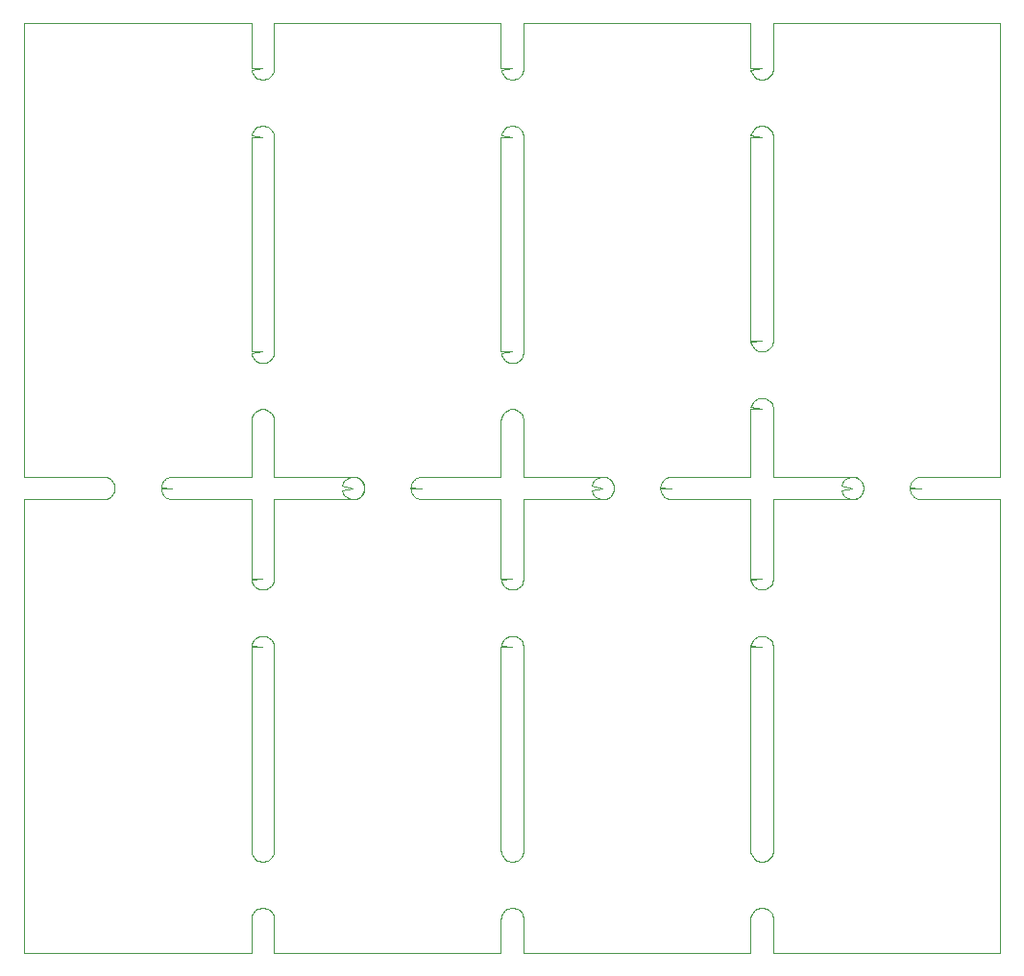
<source format=gko>
%MOIN*%
%OFA0B0*%
%FSLAX44Y44*%
%IPPOS*%
%LPD*%
%ADD10C,0*%
D10*
X00025196Y00015748D02*
X00025196Y00015748D01*
X00022456Y00015748D01*
X00022425Y00015749D01*
X00022395Y00015752D01*
X00022364Y00015758D01*
X00022334Y00015767D01*
X00022305Y00015778D01*
X00022277Y00015790D01*
X00022250Y00015806D01*
X00022225Y00015823D01*
X00022200Y00015842D01*
X00022178Y00015863D01*
X00022157Y00015886D01*
X00022138Y00015910D01*
X00022120Y00015936D01*
X00022105Y00015962D01*
X00022092Y00015991D01*
X00022082Y00016020D01*
X00022073Y00016049D01*
X00022067Y00016080D01*
X00022064Y00016110D01*
X00022456Y00016141D01*
X00022064Y00016172D01*
X00022067Y00016203D01*
X00022073Y00016233D01*
X00022082Y00016263D01*
X00022092Y00016292D01*
X00022105Y00016320D01*
X00022120Y00016347D01*
X00022138Y00016373D01*
X00022157Y00016397D01*
X00022178Y00016420D01*
X00022200Y00016441D01*
X00022225Y00016460D01*
X00022250Y00016477D01*
X00022277Y00016492D01*
X00022305Y00016505D01*
X00022334Y00016516D01*
X00022364Y00016524D01*
X00022395Y00016530D01*
X00022425Y00016534D01*
X00022456Y00016535D01*
X00025196Y00016535D01*
X00025196Y00018881D01*
X00025590Y00018881D01*
X00025201Y00018943D01*
X00025216Y00019003D01*
X00025239Y00019060D01*
X00025272Y00019113D01*
X00025312Y00019160D01*
X00025359Y00019200D01*
X00025411Y00019232D01*
X00025468Y00019256D01*
X00025528Y00019270D01*
X00025590Y00019275D01*
X00025652Y00019270D01*
X00025712Y00019256D01*
X00025769Y00019232D01*
X00025821Y00019200D01*
X00025868Y00019160D01*
X00025909Y00019113D01*
X00025941Y00019060D01*
X00025964Y00019003D01*
X00025979Y00018943D01*
X00025984Y00018881D01*
X00025984Y00016535D01*
X00028724Y00016535D01*
X00028816Y00016524D01*
X00028903Y00016492D01*
X00028980Y00016441D01*
X00029043Y00016373D01*
X00029088Y00016292D01*
X00029113Y00016203D01*
X00029117Y00016110D01*
X00029098Y00016020D01*
X00029060Y00015936D01*
X00029002Y00015863D01*
X00028930Y00015806D01*
X00028846Y00015767D01*
X00028755Y00015749D01*
X00028662Y00015752D01*
X00028573Y00015778D01*
X00028493Y00015823D01*
X00028425Y00015886D01*
X00028373Y00015962D01*
X00028341Y00016049D01*
X00028724Y00016141D01*
X00028341Y00016233D01*
X00028373Y00016320D01*
X00028425Y00016397D01*
X00028493Y00016460D01*
X00028573Y00016505D01*
X00028662Y00016530D01*
X00028755Y00016534D01*
X00028846Y00016516D01*
X00028930Y00016477D01*
X00029002Y00016420D01*
X00029060Y00016347D01*
X00029098Y00016263D01*
X00029117Y00016172D01*
X00029113Y00016080D01*
X00029088Y00015991D01*
X00029043Y00015910D01*
X00028980Y00015842D01*
X00028903Y00015790D01*
X00028816Y00015758D01*
X00028724Y00015748D01*
X00025984Y00015748D01*
X00025984Y00013007D01*
X00025979Y00012946D01*
X00025964Y00012886D01*
X00025941Y00012829D01*
X00025909Y00012776D01*
X00025868Y00012729D01*
X00025821Y00012689D01*
X00025769Y00012656D01*
X00025712Y00012633D01*
X00025652Y00012618D01*
X00025590Y00012614D01*
X00025528Y00012618D01*
X00025468Y00012633D01*
X00025411Y00012656D01*
X00025359Y00012689D01*
X00025312Y00012729D01*
X00025272Y00012776D01*
X00025239Y00012829D01*
X00025216Y00012886D01*
X00025201Y00012946D01*
X00025590Y00013007D01*
X00025196Y00013007D01*
X00025196Y00015748D01*
X00016535Y00015748D02*
X00016535Y00015748D01*
X00013795Y00015748D01*
X00013764Y00015749D01*
X00013733Y00015752D01*
X00013703Y00015758D01*
X00013673Y00015767D01*
X00013644Y00015778D01*
X00013616Y00015790D01*
X00013589Y00015806D01*
X00013563Y00015823D01*
X00013539Y00015842D01*
X00013516Y00015863D01*
X00013495Y00015886D01*
X00013476Y00015910D01*
X00013459Y00015936D01*
X00013444Y00015962D01*
X00013431Y00015991D01*
X00013420Y00016020D01*
X00013412Y00016049D01*
X00013406Y00016080D01*
X00013402Y00016110D01*
X00013795Y00016141D01*
X00013402Y00016172D01*
X00013406Y00016203D01*
X00013412Y00016233D01*
X00013420Y00016263D01*
X00013431Y00016292D01*
X00013444Y00016320D01*
X00013459Y00016347D01*
X00013476Y00016373D01*
X00013495Y00016397D01*
X00013516Y00016420D01*
X00013539Y00016441D01*
X00013563Y00016460D01*
X00013589Y00016477D01*
X00013616Y00016492D01*
X00013644Y00016505D01*
X00013673Y00016516D01*
X00013703Y00016524D01*
X00013733Y00016530D01*
X00013764Y00016534D01*
X00013795Y00016535D01*
X00016535Y00016535D01*
X00016535Y00018488D01*
X00016540Y00018549D01*
X00016554Y00018609D01*
X00016578Y00018667D01*
X00016610Y00018719D01*
X00016650Y00018766D01*
X00016697Y00018806D01*
X00016750Y00018839D01*
X00016807Y00018862D01*
X00016867Y00018877D01*
X00016929Y00018881D01*
X00016990Y00018877D01*
X00017050Y00018862D01*
X00017107Y00018839D01*
X00017160Y00018806D01*
X00017207Y00018766D01*
X00017247Y00018719D01*
X00017279Y00018667D01*
X00017303Y00018609D01*
X00017317Y00018549D01*
X00017322Y00018488D01*
X00017322Y00018488D01*
X00017322Y00016535D01*
X00020063Y00016535D01*
X00020155Y00016524D01*
X00020241Y00016492D01*
X00020318Y00016441D01*
X00020381Y00016373D01*
X00020426Y00016292D01*
X00020451Y00016203D01*
X00020455Y00016110D01*
X00020437Y00016020D01*
X00020398Y00015936D01*
X00020341Y00015863D01*
X00020268Y00015806D01*
X00020184Y00015767D01*
X00020093Y00015749D01*
X00020001Y00015752D01*
X00019912Y00015778D01*
X00019831Y00015823D01*
X00019763Y00015886D01*
X00019712Y00015962D01*
X00019680Y00016049D01*
X00020063Y00016141D01*
X00019680Y00016233D01*
X00019712Y00016320D01*
X00019763Y00016397D01*
X00019831Y00016460D01*
X00019912Y00016505D01*
X00020001Y00016530D01*
X00020093Y00016534D01*
X00020184Y00016516D01*
X00020268Y00016477D01*
X00020341Y00016420D01*
X00020398Y00016347D01*
X00020437Y00016263D01*
X00020455Y00016172D01*
X00020451Y00016080D01*
X00020426Y00015991D01*
X00020381Y00015910D01*
X00020318Y00015842D01*
X00020241Y00015790D01*
X00020155Y00015758D01*
X00020063Y00015748D01*
X00017322Y00015748D01*
X00017322Y00013007D01*
X00017317Y00012946D01*
X00017303Y00012886D01*
X00017279Y00012829D01*
X00017247Y00012776D01*
X00017207Y00012729D01*
X00017160Y00012689D01*
X00017107Y00012656D01*
X00017050Y00012633D01*
X00016990Y00012618D01*
X00016929Y00012614D01*
X00016867Y00012618D01*
X00016807Y00012633D01*
X00016750Y00012656D01*
X00016697Y00012689D01*
X00016650Y00012729D01*
X00016610Y00012776D01*
X00016578Y00012829D01*
X00016554Y00012886D01*
X00016540Y00012946D01*
X00016929Y00013007D01*
X00016535Y00013007D01*
X00016535Y00015748D01*
X00007874Y00013007D02*
X00007874Y00013007D01*
X00007874Y00015748D01*
X00005133Y00015748D01*
X00005102Y00015749D01*
X00005072Y00015752D01*
X00005041Y00015758D01*
X00005012Y00015767D01*
X00004983Y00015778D01*
X00004955Y00015790D01*
X00004928Y00015806D01*
X00004902Y00015823D01*
X00004878Y00015842D01*
X00004855Y00015863D01*
X00004834Y00015886D01*
X00004815Y00015910D01*
X00004798Y00015936D01*
X00004782Y00015962D01*
X00004770Y00015991D01*
X00004759Y00016020D01*
X00004750Y00016049D01*
X00004744Y00016080D01*
X00004741Y00016110D01*
X00005133Y00016141D01*
X00004741Y00016172D01*
X00004744Y00016203D01*
X00004750Y00016233D01*
X00004759Y00016263D01*
X00004770Y00016292D01*
X00004782Y00016320D01*
X00004798Y00016347D01*
X00004815Y00016373D01*
X00004834Y00016397D01*
X00004855Y00016420D01*
X00004878Y00016441D01*
X00004902Y00016460D01*
X00004928Y00016477D01*
X00004955Y00016492D01*
X00004983Y00016505D01*
X00005012Y00016516D01*
X00005041Y00016524D01*
X00005072Y00016530D01*
X00005102Y00016534D01*
X00005133Y00016535D01*
X00007874Y00016535D01*
X00007874Y00018488D01*
X00007878Y00018549D01*
X00007893Y00018609D01*
X00007916Y00018667D01*
X00007949Y00018719D01*
X00007989Y00018766D01*
X00008036Y00018806D01*
X00008088Y00018839D01*
X00008146Y00018862D01*
X00008206Y00018877D01*
X00008267Y00018881D01*
X00008329Y00018877D01*
X00008389Y00018862D01*
X00008446Y00018839D01*
X00008499Y00018806D01*
X00008546Y00018766D01*
X00008586Y00018719D01*
X00008618Y00018667D01*
X00008642Y00018609D01*
X00008656Y00018549D01*
X00008661Y00018488D01*
X00008661Y00018488D01*
X00008661Y00016535D01*
X00011401Y00016535D01*
X00011493Y00016524D01*
X00011580Y00016492D01*
X00011657Y00016441D01*
X00011720Y00016373D01*
X00011765Y00016292D01*
X00011790Y00016203D01*
X00011794Y00016110D01*
X00011776Y00016020D01*
X00011737Y00015936D01*
X00011680Y00015863D01*
X00011607Y00015806D01*
X00011523Y00015767D01*
X00011432Y00015749D01*
X00011340Y00015752D01*
X00011251Y00015778D01*
X00011170Y00015823D01*
X00011102Y00015886D01*
X00011050Y00015962D01*
X00011018Y00016049D01*
X00011401Y00016141D01*
X00011018Y00016233D01*
X00011050Y00016320D01*
X00011102Y00016397D01*
X00011170Y00016460D01*
X00011251Y00016505D01*
X00011340Y00016530D01*
X00011432Y00016534D01*
X00011523Y00016516D01*
X00011607Y00016477D01*
X00011680Y00016420D01*
X00011737Y00016347D01*
X00011776Y00016263D01*
X00011794Y00016172D01*
X00011790Y00016080D01*
X00011765Y00015991D01*
X00011720Y00015910D01*
X00011657Y00015842D01*
X00011580Y00015790D01*
X00011493Y00015758D01*
X00011401Y00015748D01*
X00008661Y00015748D01*
X00008661Y00013007D01*
X00008656Y00012946D01*
X00008642Y00012886D01*
X00008618Y00012829D01*
X00008586Y00012776D01*
X00008546Y00012729D01*
X00008499Y00012689D01*
X00008446Y00012656D01*
X00008389Y00012633D01*
X00008329Y00012618D01*
X00008267Y00012614D01*
X00008206Y00012618D01*
X00008146Y00012633D01*
X00008088Y00012656D01*
X00008036Y00012689D01*
X00007989Y00012729D01*
X00007949Y00012776D01*
X00007916Y00012829D01*
X00007893Y00012886D01*
X00007878Y00012946D01*
X00008267Y00013007D01*
X00007874Y00013007D01*
X00025984Y00021275D02*
X00025984Y00021275D01*
X00025979Y00021213D01*
X00025964Y00021153D01*
X00025941Y00021096D01*
X00025909Y00021044D01*
X00025868Y00020997D01*
X00025821Y00020956D01*
X00025769Y00020924D01*
X00025712Y00020901D01*
X00025652Y00020886D01*
X00025590Y00020881D01*
X00025528Y00020886D01*
X00025468Y00020901D01*
X00025411Y00020924D01*
X00025359Y00020956D01*
X00025312Y00020997D01*
X00025272Y00021044D01*
X00025239Y00021096D01*
X00025216Y00021153D01*
X00025201Y00021213D01*
X00025590Y00021275D01*
X00025196Y00021275D01*
X00025196Y00028330D01*
X00025590Y00028330D01*
X00025201Y00028392D01*
X00025216Y00028452D01*
X00025239Y00028509D01*
X00025272Y00028562D01*
X00025312Y00028609D01*
X00025359Y00028649D01*
X00025411Y00028681D01*
X00025468Y00028705D01*
X00025528Y00028719D01*
X00025590Y00028724D01*
X00025652Y00028719D01*
X00025712Y00028705D01*
X00025769Y00028681D01*
X00025821Y00028649D01*
X00025868Y00028609D01*
X00025909Y00028562D01*
X00025941Y00028509D01*
X00025964Y00028452D01*
X00025979Y00028392D01*
X00025984Y00028330D01*
X00025984Y00021275D01*
X00025984Y00003558D02*
X00025984Y00003558D01*
X00025984Y00003558D01*
X00025979Y00003497D01*
X00025964Y00003437D01*
X00025941Y00003380D01*
X00025909Y00003327D01*
X00025868Y00003280D01*
X00025821Y00003240D01*
X00025769Y00003208D01*
X00025712Y00003184D01*
X00025652Y00003170D01*
X00025590Y00003165D01*
X00025528Y00003170D01*
X00025468Y00003184D01*
X00025411Y00003208D01*
X00025359Y00003240D01*
X00025312Y00003280D01*
X00025272Y00003327D01*
X00025239Y00003380D01*
X00025216Y00003437D01*
X00025201Y00003497D01*
X00025196Y00003558D01*
X00025196Y00010614D01*
X00025590Y00010614D01*
X00025201Y00010675D01*
X00025216Y00010735D01*
X00025239Y00010793D01*
X00025272Y00010845D01*
X00025312Y00010892D01*
X00025359Y00010932D01*
X00025411Y00010965D01*
X00025468Y00010988D01*
X00025528Y00011003D01*
X00025590Y00011007D01*
X00025652Y00011003D01*
X00025712Y00010988D01*
X00025769Y00010965D01*
X00025821Y00010932D01*
X00025868Y00010892D01*
X00025909Y00010845D01*
X00025941Y00010793D01*
X00025964Y00010735D01*
X00025979Y00010675D01*
X00025984Y00010614D01*
X00025984Y00003558D01*
X00017322Y00020881D02*
X00017322Y00020881D01*
X00017317Y00020820D01*
X00017303Y00020760D01*
X00017279Y00020703D01*
X00017247Y00020650D01*
X00017207Y00020603D01*
X00017160Y00020563D01*
X00017107Y00020530D01*
X00017050Y00020507D01*
X00016990Y00020492D01*
X00016929Y00020488D01*
X00016867Y00020492D01*
X00016807Y00020507D01*
X00016750Y00020530D01*
X00016697Y00020563D01*
X00016650Y00020603D01*
X00016610Y00020650D01*
X00016578Y00020703D01*
X00016554Y00020760D01*
X00016540Y00020820D01*
X00016929Y00020881D01*
X00016535Y00020881D01*
X00016535Y00028330D01*
X00016929Y00028330D01*
X00016540Y00028392D01*
X00016554Y00028452D01*
X00016578Y00028509D01*
X00016610Y00028562D01*
X00016650Y00028609D01*
X00016697Y00028649D01*
X00016750Y00028681D01*
X00016807Y00028705D01*
X00016867Y00028719D01*
X00016929Y00028724D01*
X00016990Y00028719D01*
X00017050Y00028705D01*
X00017107Y00028681D01*
X00017160Y00028649D01*
X00017207Y00028609D01*
X00017247Y00028562D01*
X00017279Y00028509D01*
X00017303Y00028452D01*
X00017317Y00028392D01*
X00017322Y00028330D01*
X00017322Y00020881D01*
X00017322Y00003558D02*
X00017322Y00003558D01*
X00017322Y00003558D01*
X00017317Y00003497D01*
X00017303Y00003437D01*
X00017279Y00003380D01*
X00017247Y00003327D01*
X00017207Y00003280D01*
X00017160Y00003240D01*
X00017107Y00003208D01*
X00017050Y00003184D01*
X00016990Y00003170D01*
X00016929Y00003165D01*
X00016867Y00003170D01*
X00016807Y00003184D01*
X00016750Y00003208D01*
X00016697Y00003240D01*
X00016650Y00003280D01*
X00016610Y00003327D01*
X00016578Y00003380D01*
X00016554Y00003437D01*
X00016540Y00003497D01*
X00016535Y00003558D01*
X00016535Y00010614D01*
X00016929Y00010614D01*
X00016540Y00010675D01*
X00016554Y00010735D01*
X00016578Y00010793D01*
X00016610Y00010845D01*
X00016650Y00010892D01*
X00016697Y00010932D01*
X00016750Y00010965D01*
X00016807Y00010988D01*
X00016867Y00011003D01*
X00016929Y00011007D01*
X00016990Y00011003D01*
X00017050Y00010988D01*
X00017107Y00010965D01*
X00017160Y00010932D01*
X00017207Y00010892D01*
X00017247Y00010845D01*
X00017279Y00010793D01*
X00017303Y00010735D01*
X00017317Y00010675D01*
X00017322Y00010614D01*
X00017322Y00003558D01*
X00008661Y00030724D02*
X00008661Y00030724D01*
X00008656Y00030662D01*
X00008642Y00030602D01*
X00008618Y00030545D01*
X00008586Y00030492D01*
X00008546Y00030445D01*
X00008499Y00030405D01*
X00008446Y00030373D01*
X00008389Y00030349D01*
X00008329Y00030335D01*
X00008267Y00030330D01*
X00008206Y00030335D01*
X00008146Y00030349D01*
X00008088Y00030373D01*
X00008036Y00030405D01*
X00007989Y00030445D01*
X00007949Y00030492D01*
X00007916Y00030545D01*
X00007893Y00030602D01*
X00007878Y00030662D01*
X00008267Y00030724D01*
X00007874Y00030724D01*
X00007874Y00032283D01*
X00000000Y00032283D01*
X00000000Y00016535D01*
X00002740Y00016535D01*
X00002801Y00016530D01*
X00002861Y00016516D01*
X00002918Y00016492D01*
X00002971Y00016460D01*
X00003018Y00016420D01*
X00003058Y00016373D01*
X00003091Y00016320D01*
X00003114Y00016263D01*
X00003129Y00016203D01*
X00003133Y00016141D01*
X00003129Y00016080D01*
X00003114Y00016020D01*
X00003091Y00015962D01*
X00003058Y00015910D01*
X00003018Y00015863D01*
X00002971Y00015823D01*
X00002918Y00015790D01*
X00002861Y00015767D01*
X00002801Y00015752D01*
X00002740Y00015748D01*
X00002740Y00015748D01*
X00000000Y00015748D01*
X00000000Y00000000D01*
X00007874Y00000000D01*
X00007874Y00001165D01*
X00007874Y00001165D01*
X00007878Y00001227D01*
X00007893Y00001287D01*
X00007916Y00001344D01*
X00007949Y00001396D01*
X00007989Y00001443D01*
X00008036Y00001483D01*
X00008088Y00001516D01*
X00008146Y00001539D01*
X00008206Y00001554D01*
X00008267Y00001559D01*
X00008329Y00001554D01*
X00008389Y00001539D01*
X00008446Y00001516D01*
X00008499Y00001483D01*
X00008546Y00001443D01*
X00008586Y00001396D01*
X00008618Y00001344D01*
X00008642Y00001287D01*
X00008656Y00001227D01*
X00008661Y00001165D01*
X00008661Y00000000D01*
X00016535Y00000000D01*
X00016535Y00001165D01*
X00016535Y00001165D01*
X00016540Y00001227D01*
X00016554Y00001287D01*
X00016578Y00001344D01*
X00016610Y00001396D01*
X00016650Y00001443D01*
X00016697Y00001483D01*
X00016750Y00001516D01*
X00016807Y00001539D01*
X00016867Y00001554D01*
X00016929Y00001559D01*
X00016990Y00001554D01*
X00017050Y00001539D01*
X00017107Y00001516D01*
X00017160Y00001483D01*
X00017207Y00001443D01*
X00017247Y00001396D01*
X00017279Y00001344D01*
X00017303Y00001287D01*
X00017317Y00001227D01*
X00017322Y00001165D01*
X00017322Y00000000D01*
X00025196Y00000000D01*
X00025196Y00001165D01*
X00025196Y00001165D01*
X00025201Y00001227D01*
X00025216Y00001287D01*
X00025239Y00001344D01*
X00025272Y00001396D01*
X00025312Y00001443D01*
X00025359Y00001483D01*
X00025411Y00001516D01*
X00025468Y00001539D01*
X00025528Y00001554D01*
X00025590Y00001559D01*
X00025652Y00001554D01*
X00025712Y00001539D01*
X00025769Y00001516D01*
X00025821Y00001483D01*
X00025868Y00001443D01*
X00025909Y00001396D01*
X00025941Y00001344D01*
X00025964Y00001287D01*
X00025979Y00001227D01*
X00025984Y00001165D01*
X00025984Y00000000D01*
X00033858Y00000000D01*
X00033858Y00015748D01*
X00031118Y00015748D01*
X00031087Y00015749D01*
X00031056Y00015752D01*
X00031026Y00015758D01*
X00030996Y00015767D01*
X00030967Y00015778D01*
X00030939Y00015790D01*
X00030912Y00015806D01*
X00030886Y00015823D01*
X00030862Y00015842D01*
X00030839Y00015863D01*
X00030818Y00015886D01*
X00030799Y00015910D01*
X00030782Y00015936D01*
X00030767Y00015962D01*
X00030754Y00015991D01*
X00030743Y00016020D01*
X00030735Y00016049D01*
X00030729Y00016080D01*
X00030725Y00016110D01*
X00031118Y00016141D01*
X00030725Y00016172D01*
X00030729Y00016203D01*
X00030735Y00016233D01*
X00030743Y00016263D01*
X00030754Y00016292D01*
X00030767Y00016320D01*
X00030782Y00016347D01*
X00030799Y00016373D01*
X00030818Y00016397D01*
X00030839Y00016420D01*
X00030862Y00016441D01*
X00030886Y00016460D01*
X00030912Y00016477D01*
X00030939Y00016492D01*
X00030967Y00016505D01*
X00030996Y00016516D01*
X00031026Y00016524D01*
X00031056Y00016530D01*
X00031087Y00016534D01*
X00031118Y00016535D01*
X00033858Y00016535D01*
X00033858Y00032283D01*
X00025984Y00032283D01*
X00025984Y00030724D01*
X00025979Y00030662D01*
X00025964Y00030602D01*
X00025941Y00030545D01*
X00025909Y00030492D01*
X00025868Y00030445D01*
X00025821Y00030405D01*
X00025769Y00030373D01*
X00025712Y00030349D01*
X00025652Y00030335D01*
X00025590Y00030330D01*
X00025528Y00030335D01*
X00025468Y00030349D01*
X00025411Y00030373D01*
X00025359Y00030405D01*
X00025312Y00030445D01*
X00025272Y00030492D01*
X00025239Y00030545D01*
X00025216Y00030602D01*
X00025201Y00030662D01*
X00025590Y00030724D01*
X00025196Y00030724D01*
X00025196Y00032283D01*
X00017322Y00032283D01*
X00017322Y00030724D01*
X00017317Y00030662D01*
X00017303Y00030602D01*
X00017279Y00030545D01*
X00017247Y00030492D01*
X00017207Y00030445D01*
X00017160Y00030405D01*
X00017107Y00030373D01*
X00017050Y00030349D01*
X00016990Y00030335D01*
X00016929Y00030330D01*
X00016867Y00030335D01*
X00016807Y00030349D01*
X00016750Y00030373D01*
X00016697Y00030405D01*
X00016650Y00030445D01*
X00016610Y00030492D01*
X00016578Y00030545D01*
X00016554Y00030602D01*
X00016540Y00030662D01*
X00016929Y00030724D01*
X00016535Y00030724D01*
X00016535Y00032283D01*
X00008661Y00032283D01*
X00008661Y00030724D01*
X00008661Y00020881D02*
X00008661Y00020881D01*
X00008656Y00020820D01*
X00008642Y00020760D01*
X00008618Y00020703D01*
X00008586Y00020650D01*
X00008546Y00020603D01*
X00008499Y00020563D01*
X00008446Y00020530D01*
X00008389Y00020507D01*
X00008329Y00020492D01*
X00008267Y00020488D01*
X00008206Y00020492D01*
X00008146Y00020507D01*
X00008088Y00020530D01*
X00008036Y00020563D01*
X00007989Y00020603D01*
X00007949Y00020650D01*
X00007916Y00020703D01*
X00007893Y00020760D01*
X00007878Y00020820D01*
X00008267Y00020881D01*
X00007874Y00020881D01*
X00007874Y00028330D01*
X00008267Y00028330D01*
X00007878Y00028392D01*
X00007893Y00028452D01*
X00007916Y00028509D01*
X00007949Y00028562D01*
X00007989Y00028609D01*
X00008036Y00028649D01*
X00008088Y00028681D01*
X00008146Y00028705D01*
X00008206Y00028719D01*
X00008267Y00028724D01*
X00008329Y00028719D01*
X00008389Y00028705D01*
X00008446Y00028681D01*
X00008499Y00028649D01*
X00008546Y00028609D01*
X00008586Y00028562D01*
X00008618Y00028509D01*
X00008642Y00028452D01*
X00008656Y00028392D01*
X00008661Y00028330D01*
X00008661Y00020881D01*
X00008661Y00003558D02*
X00008661Y00003558D01*
X00008661Y00003558D01*
X00008656Y00003497D01*
X00008642Y00003437D01*
X00008618Y00003380D01*
X00008586Y00003327D01*
X00008546Y00003280D01*
X00008499Y00003240D01*
X00008446Y00003208D01*
X00008389Y00003184D01*
X00008329Y00003170D01*
X00008267Y00003165D01*
X00008206Y00003170D01*
X00008146Y00003184D01*
X00008088Y00003208D01*
X00008036Y00003240D01*
X00007989Y00003280D01*
X00007949Y00003327D01*
X00007916Y00003380D01*
X00007893Y00003437D01*
X00007878Y00003497D01*
X00007874Y00003558D01*
X00007874Y00010614D01*
X00008267Y00010614D01*
X00007878Y00010675D01*
X00007893Y00010735D01*
X00007916Y00010793D01*
X00007949Y00010845D01*
X00007989Y00010892D01*
X00008036Y00010932D01*
X00008088Y00010965D01*
X00008146Y00010988D01*
X00008206Y00011003D01*
X00008267Y00011007D01*
X00008329Y00011003D01*
X00008389Y00010988D01*
X00008446Y00010965D01*
X00008499Y00010932D01*
X00008546Y00010892D01*
X00008586Y00010845D01*
X00008618Y00010793D01*
X00008642Y00010735D01*
X00008656Y00010675D01*
X00008661Y00010614D01*
X00008661Y00003558D01*
M02*
</source>
